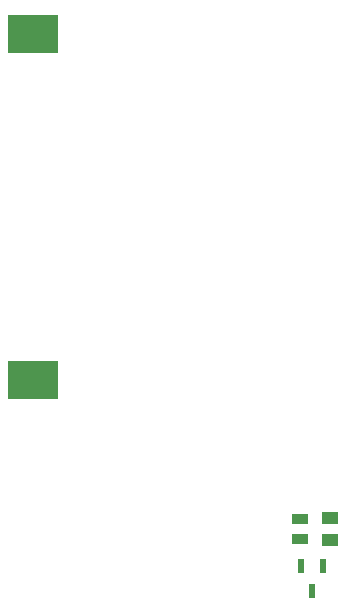
<source format=gbr>
%TF.GenerationSoftware,KiCad,Pcbnew,8.0.4*%
%TF.CreationDate,2025-03-13T14:26:21-04:00*%
%TF.ProjectId,erie_rov_mainboard,65726965-5f72-46f7-965f-6d61696e626f,rev?*%
%TF.SameCoordinates,Original*%
%TF.FileFunction,Paste,Bot*%
%TF.FilePolarity,Positive*%
%FSLAX46Y46*%
G04 Gerber Fmt 4.6, Leading zero omitted, Abs format (unit mm)*
G04 Created by KiCad (PCBNEW 8.0.4) date 2025-03-13 14:26:21*
%MOMM*%
%LPD*%
G01*
G04 APERTURE LIST*
%ADD10R,4.200000X3.200000*%
%ADD11R,1.420000X1.000000*%
%ADD12R,0.600000X1.300000*%
%ADD13R,1.397000X0.812800*%
G04 APERTURE END LIST*
D10*
%TO.C,BT1*%
X113284000Y-176194000D03*
X113284000Y-146894000D03*
%TD*%
D11*
%TO.C,R2*%
X138430000Y-189738000D03*
X138430000Y-187868000D03*
%TD*%
D12*
%TO.C,Q1*%
X135956000Y-191956000D03*
X137856000Y-191956000D03*
X136906000Y-194056000D03*
%TD*%
D13*
%TO.C,R1*%
X135890000Y-189712600D03*
X135890000Y-187960000D03*
%TD*%
M02*

</source>
